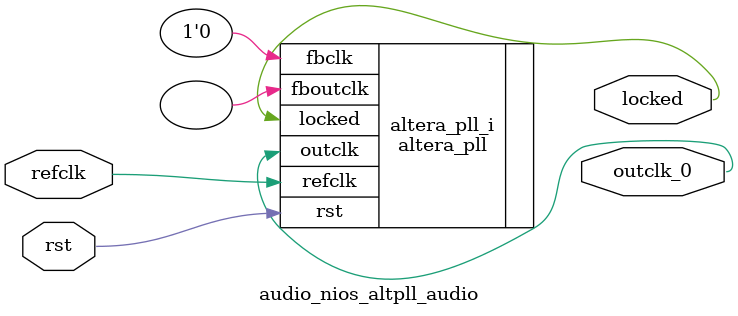
<source format=v>
`timescale 1ns/10ps
module  audio_nios_altpll_audio(

	// interface 'refclk'
	input wire refclk,

	// interface 'reset'
	input wire rst,

	// interface 'outclk0'
	output wire outclk_0,

	// interface 'locked'
	output wire locked
);

	altera_pll #(
		.fractional_vco_multiplier("true"),
		.reference_clock_frequency("50.0 MHz"),
		.operation_mode("normal"),
		.number_of_clocks(1),
		.output_clock_frequency0("18.432 MHz"),
		.phase_shift0("0 ps"),
		.duty_cycle0(50),
		.output_clock_frequency1("0 MHz"),
		.phase_shift1("0 ps"),
		.duty_cycle1(50),
		.output_clock_frequency2("0 MHz"),
		.phase_shift2("0 ps"),
		.duty_cycle2(50),
		.output_clock_frequency3("0 MHz"),
		.phase_shift3("0 ps"),
		.duty_cycle3(50),
		.output_clock_frequency4("0 MHz"),
		.phase_shift4("0 ps"),
		.duty_cycle4(50),
		.output_clock_frequency5("0 MHz"),
		.phase_shift5("0 ps"),
		.duty_cycle5(50),
		.output_clock_frequency6("0 MHz"),
		.phase_shift6("0 ps"),
		.duty_cycle6(50),
		.output_clock_frequency7("0 MHz"),
		.phase_shift7("0 ps"),
		.duty_cycle7(50),
		.output_clock_frequency8("0 MHz"),
		.phase_shift8("0 ps"),
		.duty_cycle8(50),
		.output_clock_frequency9("0 MHz"),
		.phase_shift9("0 ps"),
		.duty_cycle9(50),
		.output_clock_frequency10("0 MHz"),
		.phase_shift10("0 ps"),
		.duty_cycle10(50),
		.output_clock_frequency11("0 MHz"),
		.phase_shift11("0 ps"),
		.duty_cycle11(50),
		.output_clock_frequency12("0 MHz"),
		.phase_shift12("0 ps"),
		.duty_cycle12(50),
		.output_clock_frequency13("0 MHz"),
		.phase_shift13("0 ps"),
		.duty_cycle13(50),
		.output_clock_frequency14("0 MHz"),
		.phase_shift14("0 ps"),
		.duty_cycle14(50),
		.output_clock_frequency15("0 MHz"),
		.phase_shift15("0 ps"),
		.duty_cycle15(50),
		.output_clock_frequency16("0 MHz"),
		.phase_shift16("0 ps"),
		.duty_cycle16(50),
		.output_clock_frequency17("0 MHz"),
		.phase_shift17("0 ps"),
		.duty_cycle17(50),
		.pll_type("General"),
		.pll_subtype("General")
	) altera_pll_i (
		.outclk	({outclk_0}),
		.locked	(locked),
		.fboutclk	( ),
		.fbclk	(1'b0),
		.rst	(rst),
		.refclk	(refclk)
	);
endmodule


</source>
